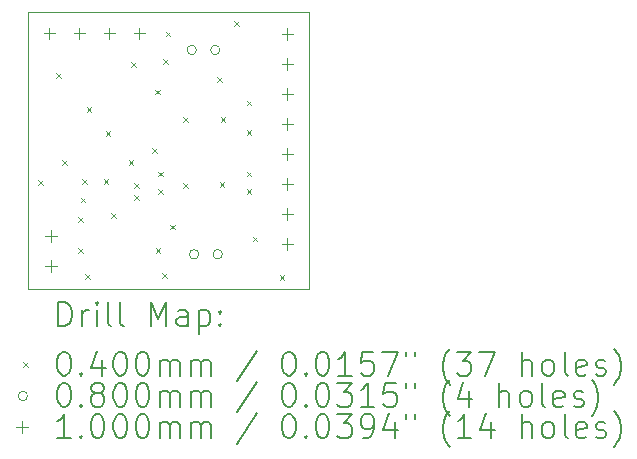
<source format=gbr>
%TF.GenerationSoftware,KiCad,Pcbnew,8.0.2*%
%TF.CreationDate,2024-05-17T09:11:14-06:00*%
%TF.ProjectId,encoder_protyping_board_high_current,656e636f-6465-4725-9f70-726f74797069,rev?*%
%TF.SameCoordinates,Original*%
%TF.FileFunction,Drillmap*%
%TF.FilePolarity,Positive*%
%FSLAX45Y45*%
G04 Gerber Fmt 4.5, Leading zero omitted, Abs format (unit mm)*
G04 Created by KiCad (PCBNEW 8.0.2) date 2024-05-17 09:11:14*
%MOMM*%
%LPD*%
G01*
G04 APERTURE LIST*
%ADD10C,0.100000*%
%ADD11C,0.200000*%
G04 APERTURE END LIST*
D10*
X18480000Y-9525000D02*
X20860000Y-9525000D01*
X20860000Y-11870000D01*
X18480000Y-11870000D01*
X18480000Y-9525000D01*
D11*
D10*
X18565000Y-10955000D02*
X18605000Y-10995000D01*
X18605000Y-10955000D02*
X18565000Y-10995000D01*
X18715000Y-10045000D02*
X18755000Y-10085000D01*
X18755000Y-10045000D02*
X18715000Y-10085000D01*
X18770000Y-10780000D02*
X18810000Y-10820000D01*
X18810000Y-10780000D02*
X18770000Y-10820000D01*
X18905000Y-11265000D02*
X18945000Y-11305000D01*
X18945000Y-11265000D02*
X18905000Y-11305000D01*
X18905000Y-11525000D02*
X18945000Y-11565000D01*
X18945000Y-11525000D02*
X18905000Y-11565000D01*
X18925000Y-11100000D02*
X18965000Y-11140000D01*
X18965000Y-11100000D02*
X18925000Y-11140000D01*
X18935000Y-10945000D02*
X18975000Y-10985000D01*
X18975000Y-10945000D02*
X18935000Y-10985000D01*
X18960000Y-11750000D02*
X19000000Y-11790000D01*
X19000000Y-11750000D02*
X18960000Y-11790000D01*
X18975000Y-10335000D02*
X19015000Y-10375000D01*
X19015000Y-10335000D02*
X18975000Y-10375000D01*
X19120000Y-10945000D02*
X19160000Y-10985000D01*
X19160000Y-10945000D02*
X19120000Y-10985000D01*
X19135000Y-10540000D02*
X19175000Y-10580000D01*
X19175000Y-10540000D02*
X19135000Y-10580000D01*
X19180000Y-11230000D02*
X19220000Y-11270000D01*
X19220000Y-11230000D02*
X19180000Y-11270000D01*
X19330000Y-10780000D02*
X19370000Y-10820000D01*
X19370000Y-10780000D02*
X19330000Y-10820000D01*
X19350000Y-9955000D02*
X19390000Y-9995000D01*
X19390000Y-9955000D02*
X19350000Y-9995000D01*
X19380000Y-10980000D02*
X19420000Y-11020000D01*
X19420000Y-10980000D02*
X19380000Y-11020000D01*
X19380000Y-11080000D02*
X19420000Y-11120000D01*
X19420000Y-11080000D02*
X19380000Y-11120000D01*
X19530000Y-10680000D02*
X19570000Y-10720000D01*
X19570000Y-10680000D02*
X19530000Y-10720000D01*
X19555000Y-10185000D02*
X19595000Y-10225000D01*
X19595000Y-10185000D02*
X19555000Y-10225000D01*
X19560000Y-11525000D02*
X19600000Y-11565000D01*
X19600000Y-11525000D02*
X19560000Y-11565000D01*
X19580000Y-10880000D02*
X19620000Y-10920000D01*
X19620000Y-10880000D02*
X19580000Y-10920000D01*
X19580000Y-11030000D02*
X19620000Y-11070000D01*
X19620000Y-11030000D02*
X19580000Y-11070000D01*
X19615000Y-11740000D02*
X19655000Y-11780000D01*
X19655000Y-11740000D02*
X19615000Y-11780000D01*
X19620000Y-9925000D02*
X19660000Y-9965000D01*
X19660000Y-9925000D02*
X19620000Y-9965000D01*
X19645000Y-9695000D02*
X19685000Y-9735000D01*
X19685000Y-9695000D02*
X19645000Y-9735000D01*
X19680000Y-11330000D02*
X19720000Y-11370000D01*
X19720000Y-11330000D02*
X19680000Y-11370000D01*
X19790000Y-10420000D02*
X19830000Y-10460000D01*
X19830000Y-10420000D02*
X19790000Y-10460000D01*
X19790000Y-10975000D02*
X19830000Y-11015000D01*
X19830000Y-10975000D02*
X19790000Y-11015000D01*
X20080000Y-10080000D02*
X20120000Y-10120000D01*
X20120000Y-10080000D02*
X20080000Y-10120000D01*
X20100000Y-10970000D02*
X20140000Y-11010000D01*
X20140000Y-10970000D02*
X20100000Y-11010000D01*
X20110000Y-10420000D02*
X20150000Y-10460000D01*
X20150000Y-10420000D02*
X20110000Y-10460000D01*
X20225000Y-9605000D02*
X20265000Y-9645000D01*
X20265000Y-9605000D02*
X20225000Y-9645000D01*
X20330000Y-10280000D02*
X20370000Y-10320000D01*
X20370000Y-10280000D02*
X20330000Y-10320000D01*
X20330000Y-10530000D02*
X20370000Y-10570000D01*
X20370000Y-10530000D02*
X20330000Y-10570000D01*
X20330000Y-10880000D02*
X20370000Y-10920000D01*
X20370000Y-10880000D02*
X20330000Y-10920000D01*
X20330000Y-11030000D02*
X20370000Y-11070000D01*
X20370000Y-11030000D02*
X20330000Y-11070000D01*
X20380000Y-11430000D02*
X20420000Y-11470000D01*
X20420000Y-11430000D02*
X20380000Y-11470000D01*
X20610000Y-11755000D02*
X20650000Y-11795000D01*
X20650000Y-11755000D02*
X20610000Y-11795000D01*
X19904489Y-9850000D02*
G75*
G02*
X19824489Y-9850000I-40000J0D01*
G01*
X19824489Y-9850000D02*
G75*
G02*
X19904489Y-9850000I40000J0D01*
G01*
X19924489Y-11580000D02*
G75*
G02*
X19844489Y-11580000I-40000J0D01*
G01*
X19844489Y-11580000D02*
G75*
G02*
X19924489Y-11580000I40000J0D01*
G01*
X20104489Y-9850000D02*
G75*
G02*
X20024489Y-9850000I-40000J0D01*
G01*
X20024489Y-9850000D02*
G75*
G02*
X20104489Y-9850000I40000J0D01*
G01*
X20124489Y-11580000D02*
G75*
G02*
X20044489Y-11580000I-40000J0D01*
G01*
X20044489Y-11580000D02*
G75*
G02*
X20124489Y-11580000I40000J0D01*
G01*
X18660000Y-9660000D02*
X18660000Y-9760000D01*
X18610000Y-9710000D02*
X18710000Y-9710000D01*
X18670000Y-11372500D02*
X18670000Y-11472500D01*
X18620000Y-11422500D02*
X18720000Y-11422500D01*
X18670000Y-11626500D02*
X18670000Y-11726500D01*
X18620000Y-11676500D02*
X18720000Y-11676500D01*
X18914000Y-9660000D02*
X18914000Y-9760000D01*
X18864000Y-9710000D02*
X18964000Y-9710000D01*
X19168000Y-9660000D02*
X19168000Y-9760000D01*
X19118000Y-9710000D02*
X19218000Y-9710000D01*
X19422000Y-9660000D02*
X19422000Y-9760000D01*
X19372000Y-9710000D02*
X19472000Y-9710000D01*
X20675000Y-9665000D02*
X20675000Y-9765000D01*
X20625000Y-9715000D02*
X20725000Y-9715000D01*
X20675000Y-9919000D02*
X20675000Y-10019000D01*
X20625000Y-9969000D02*
X20725000Y-9969000D01*
X20675000Y-10173000D02*
X20675000Y-10273000D01*
X20625000Y-10223000D02*
X20725000Y-10223000D01*
X20675000Y-10427000D02*
X20675000Y-10527000D01*
X20625000Y-10477000D02*
X20725000Y-10477000D01*
X20675000Y-10681000D02*
X20675000Y-10781000D01*
X20625000Y-10731000D02*
X20725000Y-10731000D01*
X20675000Y-10935000D02*
X20675000Y-11035000D01*
X20625000Y-10985000D02*
X20725000Y-10985000D01*
X20675000Y-11189000D02*
X20675000Y-11289000D01*
X20625000Y-11239000D02*
X20725000Y-11239000D01*
X20675000Y-11443000D02*
X20675000Y-11543000D01*
X20625000Y-11493000D02*
X20725000Y-11493000D01*
D11*
X18735777Y-12186484D02*
X18735777Y-11986484D01*
X18735777Y-11986484D02*
X18783396Y-11986484D01*
X18783396Y-11986484D02*
X18811967Y-11996008D01*
X18811967Y-11996008D02*
X18831015Y-12015055D01*
X18831015Y-12015055D02*
X18840539Y-12034103D01*
X18840539Y-12034103D02*
X18850063Y-12072198D01*
X18850063Y-12072198D02*
X18850063Y-12100769D01*
X18850063Y-12100769D02*
X18840539Y-12138865D01*
X18840539Y-12138865D02*
X18831015Y-12157912D01*
X18831015Y-12157912D02*
X18811967Y-12176960D01*
X18811967Y-12176960D02*
X18783396Y-12186484D01*
X18783396Y-12186484D02*
X18735777Y-12186484D01*
X18935777Y-12186484D02*
X18935777Y-12053150D01*
X18935777Y-12091246D02*
X18945301Y-12072198D01*
X18945301Y-12072198D02*
X18954824Y-12062674D01*
X18954824Y-12062674D02*
X18973872Y-12053150D01*
X18973872Y-12053150D02*
X18992920Y-12053150D01*
X19059586Y-12186484D02*
X19059586Y-12053150D01*
X19059586Y-11986484D02*
X19050063Y-11996008D01*
X19050063Y-11996008D02*
X19059586Y-12005531D01*
X19059586Y-12005531D02*
X19069110Y-11996008D01*
X19069110Y-11996008D02*
X19059586Y-11986484D01*
X19059586Y-11986484D02*
X19059586Y-12005531D01*
X19183396Y-12186484D02*
X19164348Y-12176960D01*
X19164348Y-12176960D02*
X19154824Y-12157912D01*
X19154824Y-12157912D02*
X19154824Y-11986484D01*
X19288158Y-12186484D02*
X19269110Y-12176960D01*
X19269110Y-12176960D02*
X19259586Y-12157912D01*
X19259586Y-12157912D02*
X19259586Y-11986484D01*
X19516729Y-12186484D02*
X19516729Y-11986484D01*
X19516729Y-11986484D02*
X19583396Y-12129341D01*
X19583396Y-12129341D02*
X19650063Y-11986484D01*
X19650063Y-11986484D02*
X19650063Y-12186484D01*
X19831015Y-12186484D02*
X19831015Y-12081722D01*
X19831015Y-12081722D02*
X19821491Y-12062674D01*
X19821491Y-12062674D02*
X19802444Y-12053150D01*
X19802444Y-12053150D02*
X19764348Y-12053150D01*
X19764348Y-12053150D02*
X19745301Y-12062674D01*
X19831015Y-12176960D02*
X19811967Y-12186484D01*
X19811967Y-12186484D02*
X19764348Y-12186484D01*
X19764348Y-12186484D02*
X19745301Y-12176960D01*
X19745301Y-12176960D02*
X19735777Y-12157912D01*
X19735777Y-12157912D02*
X19735777Y-12138865D01*
X19735777Y-12138865D02*
X19745301Y-12119817D01*
X19745301Y-12119817D02*
X19764348Y-12110293D01*
X19764348Y-12110293D02*
X19811967Y-12110293D01*
X19811967Y-12110293D02*
X19831015Y-12100769D01*
X19926253Y-12053150D02*
X19926253Y-12253150D01*
X19926253Y-12062674D02*
X19945301Y-12053150D01*
X19945301Y-12053150D02*
X19983396Y-12053150D01*
X19983396Y-12053150D02*
X20002444Y-12062674D01*
X20002444Y-12062674D02*
X20011967Y-12072198D01*
X20011967Y-12072198D02*
X20021491Y-12091246D01*
X20021491Y-12091246D02*
X20021491Y-12148388D01*
X20021491Y-12148388D02*
X20011967Y-12167436D01*
X20011967Y-12167436D02*
X20002444Y-12176960D01*
X20002444Y-12176960D02*
X19983396Y-12186484D01*
X19983396Y-12186484D02*
X19945301Y-12186484D01*
X19945301Y-12186484D02*
X19926253Y-12176960D01*
X20107205Y-12167436D02*
X20116729Y-12176960D01*
X20116729Y-12176960D02*
X20107205Y-12186484D01*
X20107205Y-12186484D02*
X20097682Y-12176960D01*
X20097682Y-12176960D02*
X20107205Y-12167436D01*
X20107205Y-12167436D02*
X20107205Y-12186484D01*
X20107205Y-12062674D02*
X20116729Y-12072198D01*
X20116729Y-12072198D02*
X20107205Y-12081722D01*
X20107205Y-12081722D02*
X20097682Y-12072198D01*
X20097682Y-12072198D02*
X20107205Y-12062674D01*
X20107205Y-12062674D02*
X20107205Y-12081722D01*
D10*
X18435000Y-12495000D02*
X18475000Y-12535000D01*
X18475000Y-12495000D02*
X18435000Y-12535000D01*
D11*
X18773872Y-12406484D02*
X18792920Y-12406484D01*
X18792920Y-12406484D02*
X18811967Y-12416008D01*
X18811967Y-12416008D02*
X18821491Y-12425531D01*
X18821491Y-12425531D02*
X18831015Y-12444579D01*
X18831015Y-12444579D02*
X18840539Y-12482674D01*
X18840539Y-12482674D02*
X18840539Y-12530293D01*
X18840539Y-12530293D02*
X18831015Y-12568388D01*
X18831015Y-12568388D02*
X18821491Y-12587436D01*
X18821491Y-12587436D02*
X18811967Y-12596960D01*
X18811967Y-12596960D02*
X18792920Y-12606484D01*
X18792920Y-12606484D02*
X18773872Y-12606484D01*
X18773872Y-12606484D02*
X18754824Y-12596960D01*
X18754824Y-12596960D02*
X18745301Y-12587436D01*
X18745301Y-12587436D02*
X18735777Y-12568388D01*
X18735777Y-12568388D02*
X18726253Y-12530293D01*
X18726253Y-12530293D02*
X18726253Y-12482674D01*
X18726253Y-12482674D02*
X18735777Y-12444579D01*
X18735777Y-12444579D02*
X18745301Y-12425531D01*
X18745301Y-12425531D02*
X18754824Y-12416008D01*
X18754824Y-12416008D02*
X18773872Y-12406484D01*
X18926253Y-12587436D02*
X18935777Y-12596960D01*
X18935777Y-12596960D02*
X18926253Y-12606484D01*
X18926253Y-12606484D02*
X18916729Y-12596960D01*
X18916729Y-12596960D02*
X18926253Y-12587436D01*
X18926253Y-12587436D02*
X18926253Y-12606484D01*
X19107205Y-12473150D02*
X19107205Y-12606484D01*
X19059586Y-12396960D02*
X19011967Y-12539817D01*
X19011967Y-12539817D02*
X19135777Y-12539817D01*
X19250063Y-12406484D02*
X19269110Y-12406484D01*
X19269110Y-12406484D02*
X19288158Y-12416008D01*
X19288158Y-12416008D02*
X19297682Y-12425531D01*
X19297682Y-12425531D02*
X19307205Y-12444579D01*
X19307205Y-12444579D02*
X19316729Y-12482674D01*
X19316729Y-12482674D02*
X19316729Y-12530293D01*
X19316729Y-12530293D02*
X19307205Y-12568388D01*
X19307205Y-12568388D02*
X19297682Y-12587436D01*
X19297682Y-12587436D02*
X19288158Y-12596960D01*
X19288158Y-12596960D02*
X19269110Y-12606484D01*
X19269110Y-12606484D02*
X19250063Y-12606484D01*
X19250063Y-12606484D02*
X19231015Y-12596960D01*
X19231015Y-12596960D02*
X19221491Y-12587436D01*
X19221491Y-12587436D02*
X19211967Y-12568388D01*
X19211967Y-12568388D02*
X19202444Y-12530293D01*
X19202444Y-12530293D02*
X19202444Y-12482674D01*
X19202444Y-12482674D02*
X19211967Y-12444579D01*
X19211967Y-12444579D02*
X19221491Y-12425531D01*
X19221491Y-12425531D02*
X19231015Y-12416008D01*
X19231015Y-12416008D02*
X19250063Y-12406484D01*
X19440539Y-12406484D02*
X19459586Y-12406484D01*
X19459586Y-12406484D02*
X19478634Y-12416008D01*
X19478634Y-12416008D02*
X19488158Y-12425531D01*
X19488158Y-12425531D02*
X19497682Y-12444579D01*
X19497682Y-12444579D02*
X19507205Y-12482674D01*
X19507205Y-12482674D02*
X19507205Y-12530293D01*
X19507205Y-12530293D02*
X19497682Y-12568388D01*
X19497682Y-12568388D02*
X19488158Y-12587436D01*
X19488158Y-12587436D02*
X19478634Y-12596960D01*
X19478634Y-12596960D02*
X19459586Y-12606484D01*
X19459586Y-12606484D02*
X19440539Y-12606484D01*
X19440539Y-12606484D02*
X19421491Y-12596960D01*
X19421491Y-12596960D02*
X19411967Y-12587436D01*
X19411967Y-12587436D02*
X19402444Y-12568388D01*
X19402444Y-12568388D02*
X19392920Y-12530293D01*
X19392920Y-12530293D02*
X19392920Y-12482674D01*
X19392920Y-12482674D02*
X19402444Y-12444579D01*
X19402444Y-12444579D02*
X19411967Y-12425531D01*
X19411967Y-12425531D02*
X19421491Y-12416008D01*
X19421491Y-12416008D02*
X19440539Y-12406484D01*
X19592920Y-12606484D02*
X19592920Y-12473150D01*
X19592920Y-12492198D02*
X19602444Y-12482674D01*
X19602444Y-12482674D02*
X19621491Y-12473150D01*
X19621491Y-12473150D02*
X19650063Y-12473150D01*
X19650063Y-12473150D02*
X19669110Y-12482674D01*
X19669110Y-12482674D02*
X19678634Y-12501722D01*
X19678634Y-12501722D02*
X19678634Y-12606484D01*
X19678634Y-12501722D02*
X19688158Y-12482674D01*
X19688158Y-12482674D02*
X19707205Y-12473150D01*
X19707205Y-12473150D02*
X19735777Y-12473150D01*
X19735777Y-12473150D02*
X19754825Y-12482674D01*
X19754825Y-12482674D02*
X19764348Y-12501722D01*
X19764348Y-12501722D02*
X19764348Y-12606484D01*
X19859586Y-12606484D02*
X19859586Y-12473150D01*
X19859586Y-12492198D02*
X19869110Y-12482674D01*
X19869110Y-12482674D02*
X19888158Y-12473150D01*
X19888158Y-12473150D02*
X19916729Y-12473150D01*
X19916729Y-12473150D02*
X19935777Y-12482674D01*
X19935777Y-12482674D02*
X19945301Y-12501722D01*
X19945301Y-12501722D02*
X19945301Y-12606484D01*
X19945301Y-12501722D02*
X19954825Y-12482674D01*
X19954825Y-12482674D02*
X19973872Y-12473150D01*
X19973872Y-12473150D02*
X20002444Y-12473150D01*
X20002444Y-12473150D02*
X20021491Y-12482674D01*
X20021491Y-12482674D02*
X20031015Y-12501722D01*
X20031015Y-12501722D02*
X20031015Y-12606484D01*
X20421491Y-12396960D02*
X20250063Y-12654103D01*
X20678634Y-12406484D02*
X20697682Y-12406484D01*
X20697682Y-12406484D02*
X20716729Y-12416008D01*
X20716729Y-12416008D02*
X20726253Y-12425531D01*
X20726253Y-12425531D02*
X20735777Y-12444579D01*
X20735777Y-12444579D02*
X20745301Y-12482674D01*
X20745301Y-12482674D02*
X20745301Y-12530293D01*
X20745301Y-12530293D02*
X20735777Y-12568388D01*
X20735777Y-12568388D02*
X20726253Y-12587436D01*
X20726253Y-12587436D02*
X20716729Y-12596960D01*
X20716729Y-12596960D02*
X20697682Y-12606484D01*
X20697682Y-12606484D02*
X20678634Y-12606484D01*
X20678634Y-12606484D02*
X20659587Y-12596960D01*
X20659587Y-12596960D02*
X20650063Y-12587436D01*
X20650063Y-12587436D02*
X20640539Y-12568388D01*
X20640539Y-12568388D02*
X20631015Y-12530293D01*
X20631015Y-12530293D02*
X20631015Y-12482674D01*
X20631015Y-12482674D02*
X20640539Y-12444579D01*
X20640539Y-12444579D02*
X20650063Y-12425531D01*
X20650063Y-12425531D02*
X20659587Y-12416008D01*
X20659587Y-12416008D02*
X20678634Y-12406484D01*
X20831015Y-12587436D02*
X20840539Y-12596960D01*
X20840539Y-12596960D02*
X20831015Y-12606484D01*
X20831015Y-12606484D02*
X20821491Y-12596960D01*
X20821491Y-12596960D02*
X20831015Y-12587436D01*
X20831015Y-12587436D02*
X20831015Y-12606484D01*
X20964348Y-12406484D02*
X20983396Y-12406484D01*
X20983396Y-12406484D02*
X21002444Y-12416008D01*
X21002444Y-12416008D02*
X21011968Y-12425531D01*
X21011968Y-12425531D02*
X21021491Y-12444579D01*
X21021491Y-12444579D02*
X21031015Y-12482674D01*
X21031015Y-12482674D02*
X21031015Y-12530293D01*
X21031015Y-12530293D02*
X21021491Y-12568388D01*
X21021491Y-12568388D02*
X21011968Y-12587436D01*
X21011968Y-12587436D02*
X21002444Y-12596960D01*
X21002444Y-12596960D02*
X20983396Y-12606484D01*
X20983396Y-12606484D02*
X20964348Y-12606484D01*
X20964348Y-12606484D02*
X20945301Y-12596960D01*
X20945301Y-12596960D02*
X20935777Y-12587436D01*
X20935777Y-12587436D02*
X20926253Y-12568388D01*
X20926253Y-12568388D02*
X20916729Y-12530293D01*
X20916729Y-12530293D02*
X20916729Y-12482674D01*
X20916729Y-12482674D02*
X20926253Y-12444579D01*
X20926253Y-12444579D02*
X20935777Y-12425531D01*
X20935777Y-12425531D02*
X20945301Y-12416008D01*
X20945301Y-12416008D02*
X20964348Y-12406484D01*
X21221491Y-12606484D02*
X21107206Y-12606484D01*
X21164348Y-12606484D02*
X21164348Y-12406484D01*
X21164348Y-12406484D02*
X21145301Y-12435055D01*
X21145301Y-12435055D02*
X21126253Y-12454103D01*
X21126253Y-12454103D02*
X21107206Y-12463627D01*
X21402444Y-12406484D02*
X21307206Y-12406484D01*
X21307206Y-12406484D02*
X21297682Y-12501722D01*
X21297682Y-12501722D02*
X21307206Y-12492198D01*
X21307206Y-12492198D02*
X21326253Y-12482674D01*
X21326253Y-12482674D02*
X21373872Y-12482674D01*
X21373872Y-12482674D02*
X21392920Y-12492198D01*
X21392920Y-12492198D02*
X21402444Y-12501722D01*
X21402444Y-12501722D02*
X21411968Y-12520769D01*
X21411968Y-12520769D02*
X21411968Y-12568388D01*
X21411968Y-12568388D02*
X21402444Y-12587436D01*
X21402444Y-12587436D02*
X21392920Y-12596960D01*
X21392920Y-12596960D02*
X21373872Y-12606484D01*
X21373872Y-12606484D02*
X21326253Y-12606484D01*
X21326253Y-12606484D02*
X21307206Y-12596960D01*
X21307206Y-12596960D02*
X21297682Y-12587436D01*
X21478634Y-12406484D02*
X21611968Y-12406484D01*
X21611968Y-12406484D02*
X21526253Y-12606484D01*
X21678634Y-12406484D02*
X21678634Y-12444579D01*
X21754825Y-12406484D02*
X21754825Y-12444579D01*
X22050063Y-12682674D02*
X22040539Y-12673150D01*
X22040539Y-12673150D02*
X22021491Y-12644579D01*
X22021491Y-12644579D02*
X22011968Y-12625531D01*
X22011968Y-12625531D02*
X22002444Y-12596960D01*
X22002444Y-12596960D02*
X21992920Y-12549341D01*
X21992920Y-12549341D02*
X21992920Y-12511246D01*
X21992920Y-12511246D02*
X22002444Y-12463627D01*
X22002444Y-12463627D02*
X22011968Y-12435055D01*
X22011968Y-12435055D02*
X22021491Y-12416008D01*
X22021491Y-12416008D02*
X22040539Y-12387436D01*
X22040539Y-12387436D02*
X22050063Y-12377912D01*
X22107206Y-12406484D02*
X22231015Y-12406484D01*
X22231015Y-12406484D02*
X22164349Y-12482674D01*
X22164349Y-12482674D02*
X22192920Y-12482674D01*
X22192920Y-12482674D02*
X22211968Y-12492198D01*
X22211968Y-12492198D02*
X22221491Y-12501722D01*
X22221491Y-12501722D02*
X22231015Y-12520769D01*
X22231015Y-12520769D02*
X22231015Y-12568388D01*
X22231015Y-12568388D02*
X22221491Y-12587436D01*
X22221491Y-12587436D02*
X22211968Y-12596960D01*
X22211968Y-12596960D02*
X22192920Y-12606484D01*
X22192920Y-12606484D02*
X22135777Y-12606484D01*
X22135777Y-12606484D02*
X22116730Y-12596960D01*
X22116730Y-12596960D02*
X22107206Y-12587436D01*
X22297682Y-12406484D02*
X22431015Y-12406484D01*
X22431015Y-12406484D02*
X22345301Y-12606484D01*
X22659587Y-12606484D02*
X22659587Y-12406484D01*
X22745301Y-12606484D02*
X22745301Y-12501722D01*
X22745301Y-12501722D02*
X22735777Y-12482674D01*
X22735777Y-12482674D02*
X22716730Y-12473150D01*
X22716730Y-12473150D02*
X22688158Y-12473150D01*
X22688158Y-12473150D02*
X22669110Y-12482674D01*
X22669110Y-12482674D02*
X22659587Y-12492198D01*
X22869110Y-12606484D02*
X22850063Y-12596960D01*
X22850063Y-12596960D02*
X22840539Y-12587436D01*
X22840539Y-12587436D02*
X22831015Y-12568388D01*
X22831015Y-12568388D02*
X22831015Y-12511246D01*
X22831015Y-12511246D02*
X22840539Y-12492198D01*
X22840539Y-12492198D02*
X22850063Y-12482674D01*
X22850063Y-12482674D02*
X22869110Y-12473150D01*
X22869110Y-12473150D02*
X22897682Y-12473150D01*
X22897682Y-12473150D02*
X22916730Y-12482674D01*
X22916730Y-12482674D02*
X22926253Y-12492198D01*
X22926253Y-12492198D02*
X22935777Y-12511246D01*
X22935777Y-12511246D02*
X22935777Y-12568388D01*
X22935777Y-12568388D02*
X22926253Y-12587436D01*
X22926253Y-12587436D02*
X22916730Y-12596960D01*
X22916730Y-12596960D02*
X22897682Y-12606484D01*
X22897682Y-12606484D02*
X22869110Y-12606484D01*
X23050063Y-12606484D02*
X23031015Y-12596960D01*
X23031015Y-12596960D02*
X23021491Y-12577912D01*
X23021491Y-12577912D02*
X23021491Y-12406484D01*
X23202444Y-12596960D02*
X23183396Y-12606484D01*
X23183396Y-12606484D02*
X23145301Y-12606484D01*
X23145301Y-12606484D02*
X23126253Y-12596960D01*
X23126253Y-12596960D02*
X23116730Y-12577912D01*
X23116730Y-12577912D02*
X23116730Y-12501722D01*
X23116730Y-12501722D02*
X23126253Y-12482674D01*
X23126253Y-12482674D02*
X23145301Y-12473150D01*
X23145301Y-12473150D02*
X23183396Y-12473150D01*
X23183396Y-12473150D02*
X23202444Y-12482674D01*
X23202444Y-12482674D02*
X23211968Y-12501722D01*
X23211968Y-12501722D02*
X23211968Y-12520769D01*
X23211968Y-12520769D02*
X23116730Y-12539817D01*
X23288158Y-12596960D02*
X23307206Y-12606484D01*
X23307206Y-12606484D02*
X23345301Y-12606484D01*
X23345301Y-12606484D02*
X23364349Y-12596960D01*
X23364349Y-12596960D02*
X23373872Y-12577912D01*
X23373872Y-12577912D02*
X23373872Y-12568388D01*
X23373872Y-12568388D02*
X23364349Y-12549341D01*
X23364349Y-12549341D02*
X23345301Y-12539817D01*
X23345301Y-12539817D02*
X23316730Y-12539817D01*
X23316730Y-12539817D02*
X23297682Y-12530293D01*
X23297682Y-12530293D02*
X23288158Y-12511246D01*
X23288158Y-12511246D02*
X23288158Y-12501722D01*
X23288158Y-12501722D02*
X23297682Y-12482674D01*
X23297682Y-12482674D02*
X23316730Y-12473150D01*
X23316730Y-12473150D02*
X23345301Y-12473150D01*
X23345301Y-12473150D02*
X23364349Y-12482674D01*
X23440539Y-12682674D02*
X23450063Y-12673150D01*
X23450063Y-12673150D02*
X23469111Y-12644579D01*
X23469111Y-12644579D02*
X23478634Y-12625531D01*
X23478634Y-12625531D02*
X23488158Y-12596960D01*
X23488158Y-12596960D02*
X23497682Y-12549341D01*
X23497682Y-12549341D02*
X23497682Y-12511246D01*
X23497682Y-12511246D02*
X23488158Y-12463627D01*
X23488158Y-12463627D02*
X23478634Y-12435055D01*
X23478634Y-12435055D02*
X23469111Y-12416008D01*
X23469111Y-12416008D02*
X23450063Y-12387436D01*
X23450063Y-12387436D02*
X23440539Y-12377912D01*
D10*
X18475000Y-12779000D02*
G75*
G02*
X18395000Y-12779000I-40000J0D01*
G01*
X18395000Y-12779000D02*
G75*
G02*
X18475000Y-12779000I40000J0D01*
G01*
D11*
X18773872Y-12670484D02*
X18792920Y-12670484D01*
X18792920Y-12670484D02*
X18811967Y-12680008D01*
X18811967Y-12680008D02*
X18821491Y-12689531D01*
X18821491Y-12689531D02*
X18831015Y-12708579D01*
X18831015Y-12708579D02*
X18840539Y-12746674D01*
X18840539Y-12746674D02*
X18840539Y-12794293D01*
X18840539Y-12794293D02*
X18831015Y-12832388D01*
X18831015Y-12832388D02*
X18821491Y-12851436D01*
X18821491Y-12851436D02*
X18811967Y-12860960D01*
X18811967Y-12860960D02*
X18792920Y-12870484D01*
X18792920Y-12870484D02*
X18773872Y-12870484D01*
X18773872Y-12870484D02*
X18754824Y-12860960D01*
X18754824Y-12860960D02*
X18745301Y-12851436D01*
X18745301Y-12851436D02*
X18735777Y-12832388D01*
X18735777Y-12832388D02*
X18726253Y-12794293D01*
X18726253Y-12794293D02*
X18726253Y-12746674D01*
X18726253Y-12746674D02*
X18735777Y-12708579D01*
X18735777Y-12708579D02*
X18745301Y-12689531D01*
X18745301Y-12689531D02*
X18754824Y-12680008D01*
X18754824Y-12680008D02*
X18773872Y-12670484D01*
X18926253Y-12851436D02*
X18935777Y-12860960D01*
X18935777Y-12860960D02*
X18926253Y-12870484D01*
X18926253Y-12870484D02*
X18916729Y-12860960D01*
X18916729Y-12860960D02*
X18926253Y-12851436D01*
X18926253Y-12851436D02*
X18926253Y-12870484D01*
X19050063Y-12756198D02*
X19031015Y-12746674D01*
X19031015Y-12746674D02*
X19021491Y-12737150D01*
X19021491Y-12737150D02*
X19011967Y-12718103D01*
X19011967Y-12718103D02*
X19011967Y-12708579D01*
X19011967Y-12708579D02*
X19021491Y-12689531D01*
X19021491Y-12689531D02*
X19031015Y-12680008D01*
X19031015Y-12680008D02*
X19050063Y-12670484D01*
X19050063Y-12670484D02*
X19088158Y-12670484D01*
X19088158Y-12670484D02*
X19107205Y-12680008D01*
X19107205Y-12680008D02*
X19116729Y-12689531D01*
X19116729Y-12689531D02*
X19126253Y-12708579D01*
X19126253Y-12708579D02*
X19126253Y-12718103D01*
X19126253Y-12718103D02*
X19116729Y-12737150D01*
X19116729Y-12737150D02*
X19107205Y-12746674D01*
X19107205Y-12746674D02*
X19088158Y-12756198D01*
X19088158Y-12756198D02*
X19050063Y-12756198D01*
X19050063Y-12756198D02*
X19031015Y-12765722D01*
X19031015Y-12765722D02*
X19021491Y-12775246D01*
X19021491Y-12775246D02*
X19011967Y-12794293D01*
X19011967Y-12794293D02*
X19011967Y-12832388D01*
X19011967Y-12832388D02*
X19021491Y-12851436D01*
X19021491Y-12851436D02*
X19031015Y-12860960D01*
X19031015Y-12860960D02*
X19050063Y-12870484D01*
X19050063Y-12870484D02*
X19088158Y-12870484D01*
X19088158Y-12870484D02*
X19107205Y-12860960D01*
X19107205Y-12860960D02*
X19116729Y-12851436D01*
X19116729Y-12851436D02*
X19126253Y-12832388D01*
X19126253Y-12832388D02*
X19126253Y-12794293D01*
X19126253Y-12794293D02*
X19116729Y-12775246D01*
X19116729Y-12775246D02*
X19107205Y-12765722D01*
X19107205Y-12765722D02*
X19088158Y-12756198D01*
X19250063Y-12670484D02*
X19269110Y-12670484D01*
X19269110Y-12670484D02*
X19288158Y-12680008D01*
X19288158Y-12680008D02*
X19297682Y-12689531D01*
X19297682Y-12689531D02*
X19307205Y-12708579D01*
X19307205Y-12708579D02*
X19316729Y-12746674D01*
X19316729Y-12746674D02*
X19316729Y-12794293D01*
X19316729Y-12794293D02*
X19307205Y-12832388D01*
X19307205Y-12832388D02*
X19297682Y-12851436D01*
X19297682Y-12851436D02*
X19288158Y-12860960D01*
X19288158Y-12860960D02*
X19269110Y-12870484D01*
X19269110Y-12870484D02*
X19250063Y-12870484D01*
X19250063Y-12870484D02*
X19231015Y-12860960D01*
X19231015Y-12860960D02*
X19221491Y-12851436D01*
X19221491Y-12851436D02*
X19211967Y-12832388D01*
X19211967Y-12832388D02*
X19202444Y-12794293D01*
X19202444Y-12794293D02*
X19202444Y-12746674D01*
X19202444Y-12746674D02*
X19211967Y-12708579D01*
X19211967Y-12708579D02*
X19221491Y-12689531D01*
X19221491Y-12689531D02*
X19231015Y-12680008D01*
X19231015Y-12680008D02*
X19250063Y-12670484D01*
X19440539Y-12670484D02*
X19459586Y-12670484D01*
X19459586Y-12670484D02*
X19478634Y-12680008D01*
X19478634Y-12680008D02*
X19488158Y-12689531D01*
X19488158Y-12689531D02*
X19497682Y-12708579D01*
X19497682Y-12708579D02*
X19507205Y-12746674D01*
X19507205Y-12746674D02*
X19507205Y-12794293D01*
X19507205Y-12794293D02*
X19497682Y-12832388D01*
X19497682Y-12832388D02*
X19488158Y-12851436D01*
X19488158Y-12851436D02*
X19478634Y-12860960D01*
X19478634Y-12860960D02*
X19459586Y-12870484D01*
X19459586Y-12870484D02*
X19440539Y-12870484D01*
X19440539Y-12870484D02*
X19421491Y-12860960D01*
X19421491Y-12860960D02*
X19411967Y-12851436D01*
X19411967Y-12851436D02*
X19402444Y-12832388D01*
X19402444Y-12832388D02*
X19392920Y-12794293D01*
X19392920Y-12794293D02*
X19392920Y-12746674D01*
X19392920Y-12746674D02*
X19402444Y-12708579D01*
X19402444Y-12708579D02*
X19411967Y-12689531D01*
X19411967Y-12689531D02*
X19421491Y-12680008D01*
X19421491Y-12680008D02*
X19440539Y-12670484D01*
X19592920Y-12870484D02*
X19592920Y-12737150D01*
X19592920Y-12756198D02*
X19602444Y-12746674D01*
X19602444Y-12746674D02*
X19621491Y-12737150D01*
X19621491Y-12737150D02*
X19650063Y-12737150D01*
X19650063Y-12737150D02*
X19669110Y-12746674D01*
X19669110Y-12746674D02*
X19678634Y-12765722D01*
X19678634Y-12765722D02*
X19678634Y-12870484D01*
X19678634Y-12765722D02*
X19688158Y-12746674D01*
X19688158Y-12746674D02*
X19707205Y-12737150D01*
X19707205Y-12737150D02*
X19735777Y-12737150D01*
X19735777Y-12737150D02*
X19754825Y-12746674D01*
X19754825Y-12746674D02*
X19764348Y-12765722D01*
X19764348Y-12765722D02*
X19764348Y-12870484D01*
X19859586Y-12870484D02*
X19859586Y-12737150D01*
X19859586Y-12756198D02*
X19869110Y-12746674D01*
X19869110Y-12746674D02*
X19888158Y-12737150D01*
X19888158Y-12737150D02*
X19916729Y-12737150D01*
X19916729Y-12737150D02*
X19935777Y-12746674D01*
X19935777Y-12746674D02*
X19945301Y-12765722D01*
X19945301Y-12765722D02*
X19945301Y-12870484D01*
X19945301Y-12765722D02*
X19954825Y-12746674D01*
X19954825Y-12746674D02*
X19973872Y-12737150D01*
X19973872Y-12737150D02*
X20002444Y-12737150D01*
X20002444Y-12737150D02*
X20021491Y-12746674D01*
X20021491Y-12746674D02*
X20031015Y-12765722D01*
X20031015Y-12765722D02*
X20031015Y-12870484D01*
X20421491Y-12660960D02*
X20250063Y-12918103D01*
X20678634Y-12670484D02*
X20697682Y-12670484D01*
X20697682Y-12670484D02*
X20716729Y-12680008D01*
X20716729Y-12680008D02*
X20726253Y-12689531D01*
X20726253Y-12689531D02*
X20735777Y-12708579D01*
X20735777Y-12708579D02*
X20745301Y-12746674D01*
X20745301Y-12746674D02*
X20745301Y-12794293D01*
X20745301Y-12794293D02*
X20735777Y-12832388D01*
X20735777Y-12832388D02*
X20726253Y-12851436D01*
X20726253Y-12851436D02*
X20716729Y-12860960D01*
X20716729Y-12860960D02*
X20697682Y-12870484D01*
X20697682Y-12870484D02*
X20678634Y-12870484D01*
X20678634Y-12870484D02*
X20659587Y-12860960D01*
X20659587Y-12860960D02*
X20650063Y-12851436D01*
X20650063Y-12851436D02*
X20640539Y-12832388D01*
X20640539Y-12832388D02*
X20631015Y-12794293D01*
X20631015Y-12794293D02*
X20631015Y-12746674D01*
X20631015Y-12746674D02*
X20640539Y-12708579D01*
X20640539Y-12708579D02*
X20650063Y-12689531D01*
X20650063Y-12689531D02*
X20659587Y-12680008D01*
X20659587Y-12680008D02*
X20678634Y-12670484D01*
X20831015Y-12851436D02*
X20840539Y-12860960D01*
X20840539Y-12860960D02*
X20831015Y-12870484D01*
X20831015Y-12870484D02*
X20821491Y-12860960D01*
X20821491Y-12860960D02*
X20831015Y-12851436D01*
X20831015Y-12851436D02*
X20831015Y-12870484D01*
X20964348Y-12670484D02*
X20983396Y-12670484D01*
X20983396Y-12670484D02*
X21002444Y-12680008D01*
X21002444Y-12680008D02*
X21011968Y-12689531D01*
X21011968Y-12689531D02*
X21021491Y-12708579D01*
X21021491Y-12708579D02*
X21031015Y-12746674D01*
X21031015Y-12746674D02*
X21031015Y-12794293D01*
X21031015Y-12794293D02*
X21021491Y-12832388D01*
X21021491Y-12832388D02*
X21011968Y-12851436D01*
X21011968Y-12851436D02*
X21002444Y-12860960D01*
X21002444Y-12860960D02*
X20983396Y-12870484D01*
X20983396Y-12870484D02*
X20964348Y-12870484D01*
X20964348Y-12870484D02*
X20945301Y-12860960D01*
X20945301Y-12860960D02*
X20935777Y-12851436D01*
X20935777Y-12851436D02*
X20926253Y-12832388D01*
X20926253Y-12832388D02*
X20916729Y-12794293D01*
X20916729Y-12794293D02*
X20916729Y-12746674D01*
X20916729Y-12746674D02*
X20926253Y-12708579D01*
X20926253Y-12708579D02*
X20935777Y-12689531D01*
X20935777Y-12689531D02*
X20945301Y-12680008D01*
X20945301Y-12680008D02*
X20964348Y-12670484D01*
X21097682Y-12670484D02*
X21221491Y-12670484D01*
X21221491Y-12670484D02*
X21154825Y-12746674D01*
X21154825Y-12746674D02*
X21183396Y-12746674D01*
X21183396Y-12746674D02*
X21202444Y-12756198D01*
X21202444Y-12756198D02*
X21211968Y-12765722D01*
X21211968Y-12765722D02*
X21221491Y-12784769D01*
X21221491Y-12784769D02*
X21221491Y-12832388D01*
X21221491Y-12832388D02*
X21211968Y-12851436D01*
X21211968Y-12851436D02*
X21202444Y-12860960D01*
X21202444Y-12860960D02*
X21183396Y-12870484D01*
X21183396Y-12870484D02*
X21126253Y-12870484D01*
X21126253Y-12870484D02*
X21107206Y-12860960D01*
X21107206Y-12860960D02*
X21097682Y-12851436D01*
X21411968Y-12870484D02*
X21297682Y-12870484D01*
X21354825Y-12870484D02*
X21354825Y-12670484D01*
X21354825Y-12670484D02*
X21335777Y-12699055D01*
X21335777Y-12699055D02*
X21316729Y-12718103D01*
X21316729Y-12718103D02*
X21297682Y-12727627D01*
X21592920Y-12670484D02*
X21497682Y-12670484D01*
X21497682Y-12670484D02*
X21488158Y-12765722D01*
X21488158Y-12765722D02*
X21497682Y-12756198D01*
X21497682Y-12756198D02*
X21516729Y-12746674D01*
X21516729Y-12746674D02*
X21564349Y-12746674D01*
X21564349Y-12746674D02*
X21583396Y-12756198D01*
X21583396Y-12756198D02*
X21592920Y-12765722D01*
X21592920Y-12765722D02*
X21602444Y-12784769D01*
X21602444Y-12784769D02*
X21602444Y-12832388D01*
X21602444Y-12832388D02*
X21592920Y-12851436D01*
X21592920Y-12851436D02*
X21583396Y-12860960D01*
X21583396Y-12860960D02*
X21564349Y-12870484D01*
X21564349Y-12870484D02*
X21516729Y-12870484D01*
X21516729Y-12870484D02*
X21497682Y-12860960D01*
X21497682Y-12860960D02*
X21488158Y-12851436D01*
X21678634Y-12670484D02*
X21678634Y-12708579D01*
X21754825Y-12670484D02*
X21754825Y-12708579D01*
X22050063Y-12946674D02*
X22040539Y-12937150D01*
X22040539Y-12937150D02*
X22021491Y-12908579D01*
X22021491Y-12908579D02*
X22011968Y-12889531D01*
X22011968Y-12889531D02*
X22002444Y-12860960D01*
X22002444Y-12860960D02*
X21992920Y-12813341D01*
X21992920Y-12813341D02*
X21992920Y-12775246D01*
X21992920Y-12775246D02*
X22002444Y-12727627D01*
X22002444Y-12727627D02*
X22011968Y-12699055D01*
X22011968Y-12699055D02*
X22021491Y-12680008D01*
X22021491Y-12680008D02*
X22040539Y-12651436D01*
X22040539Y-12651436D02*
X22050063Y-12641912D01*
X22211968Y-12737150D02*
X22211968Y-12870484D01*
X22164349Y-12660960D02*
X22116730Y-12803817D01*
X22116730Y-12803817D02*
X22240539Y-12803817D01*
X22469110Y-12870484D02*
X22469110Y-12670484D01*
X22554825Y-12870484D02*
X22554825Y-12765722D01*
X22554825Y-12765722D02*
X22545301Y-12746674D01*
X22545301Y-12746674D02*
X22526253Y-12737150D01*
X22526253Y-12737150D02*
X22497682Y-12737150D01*
X22497682Y-12737150D02*
X22478634Y-12746674D01*
X22478634Y-12746674D02*
X22469110Y-12756198D01*
X22678634Y-12870484D02*
X22659587Y-12860960D01*
X22659587Y-12860960D02*
X22650063Y-12851436D01*
X22650063Y-12851436D02*
X22640539Y-12832388D01*
X22640539Y-12832388D02*
X22640539Y-12775246D01*
X22640539Y-12775246D02*
X22650063Y-12756198D01*
X22650063Y-12756198D02*
X22659587Y-12746674D01*
X22659587Y-12746674D02*
X22678634Y-12737150D01*
X22678634Y-12737150D02*
X22707206Y-12737150D01*
X22707206Y-12737150D02*
X22726253Y-12746674D01*
X22726253Y-12746674D02*
X22735777Y-12756198D01*
X22735777Y-12756198D02*
X22745301Y-12775246D01*
X22745301Y-12775246D02*
X22745301Y-12832388D01*
X22745301Y-12832388D02*
X22735777Y-12851436D01*
X22735777Y-12851436D02*
X22726253Y-12860960D01*
X22726253Y-12860960D02*
X22707206Y-12870484D01*
X22707206Y-12870484D02*
X22678634Y-12870484D01*
X22859587Y-12870484D02*
X22840539Y-12860960D01*
X22840539Y-12860960D02*
X22831015Y-12841912D01*
X22831015Y-12841912D02*
X22831015Y-12670484D01*
X23011968Y-12860960D02*
X22992920Y-12870484D01*
X22992920Y-12870484D02*
X22954825Y-12870484D01*
X22954825Y-12870484D02*
X22935777Y-12860960D01*
X22935777Y-12860960D02*
X22926253Y-12841912D01*
X22926253Y-12841912D02*
X22926253Y-12765722D01*
X22926253Y-12765722D02*
X22935777Y-12746674D01*
X22935777Y-12746674D02*
X22954825Y-12737150D01*
X22954825Y-12737150D02*
X22992920Y-12737150D01*
X22992920Y-12737150D02*
X23011968Y-12746674D01*
X23011968Y-12746674D02*
X23021491Y-12765722D01*
X23021491Y-12765722D02*
X23021491Y-12784769D01*
X23021491Y-12784769D02*
X22926253Y-12803817D01*
X23097682Y-12860960D02*
X23116730Y-12870484D01*
X23116730Y-12870484D02*
X23154825Y-12870484D01*
X23154825Y-12870484D02*
X23173872Y-12860960D01*
X23173872Y-12860960D02*
X23183396Y-12841912D01*
X23183396Y-12841912D02*
X23183396Y-12832388D01*
X23183396Y-12832388D02*
X23173872Y-12813341D01*
X23173872Y-12813341D02*
X23154825Y-12803817D01*
X23154825Y-12803817D02*
X23126253Y-12803817D01*
X23126253Y-12803817D02*
X23107206Y-12794293D01*
X23107206Y-12794293D02*
X23097682Y-12775246D01*
X23097682Y-12775246D02*
X23097682Y-12765722D01*
X23097682Y-12765722D02*
X23107206Y-12746674D01*
X23107206Y-12746674D02*
X23126253Y-12737150D01*
X23126253Y-12737150D02*
X23154825Y-12737150D01*
X23154825Y-12737150D02*
X23173872Y-12746674D01*
X23250063Y-12946674D02*
X23259587Y-12937150D01*
X23259587Y-12937150D02*
X23278634Y-12908579D01*
X23278634Y-12908579D02*
X23288158Y-12889531D01*
X23288158Y-12889531D02*
X23297682Y-12860960D01*
X23297682Y-12860960D02*
X23307206Y-12813341D01*
X23307206Y-12813341D02*
X23307206Y-12775246D01*
X23307206Y-12775246D02*
X23297682Y-12727627D01*
X23297682Y-12727627D02*
X23288158Y-12699055D01*
X23288158Y-12699055D02*
X23278634Y-12680008D01*
X23278634Y-12680008D02*
X23259587Y-12651436D01*
X23259587Y-12651436D02*
X23250063Y-12641912D01*
D10*
X18425000Y-12993000D02*
X18425000Y-13093000D01*
X18375000Y-13043000D02*
X18475000Y-13043000D01*
D11*
X18840539Y-13134484D02*
X18726253Y-13134484D01*
X18783396Y-13134484D02*
X18783396Y-12934484D01*
X18783396Y-12934484D02*
X18764348Y-12963055D01*
X18764348Y-12963055D02*
X18745301Y-12982103D01*
X18745301Y-12982103D02*
X18726253Y-12991627D01*
X18926253Y-13115436D02*
X18935777Y-13124960D01*
X18935777Y-13124960D02*
X18926253Y-13134484D01*
X18926253Y-13134484D02*
X18916729Y-13124960D01*
X18916729Y-13124960D02*
X18926253Y-13115436D01*
X18926253Y-13115436D02*
X18926253Y-13134484D01*
X19059586Y-12934484D02*
X19078634Y-12934484D01*
X19078634Y-12934484D02*
X19097682Y-12944008D01*
X19097682Y-12944008D02*
X19107205Y-12953531D01*
X19107205Y-12953531D02*
X19116729Y-12972579D01*
X19116729Y-12972579D02*
X19126253Y-13010674D01*
X19126253Y-13010674D02*
X19126253Y-13058293D01*
X19126253Y-13058293D02*
X19116729Y-13096388D01*
X19116729Y-13096388D02*
X19107205Y-13115436D01*
X19107205Y-13115436D02*
X19097682Y-13124960D01*
X19097682Y-13124960D02*
X19078634Y-13134484D01*
X19078634Y-13134484D02*
X19059586Y-13134484D01*
X19059586Y-13134484D02*
X19040539Y-13124960D01*
X19040539Y-13124960D02*
X19031015Y-13115436D01*
X19031015Y-13115436D02*
X19021491Y-13096388D01*
X19021491Y-13096388D02*
X19011967Y-13058293D01*
X19011967Y-13058293D02*
X19011967Y-13010674D01*
X19011967Y-13010674D02*
X19021491Y-12972579D01*
X19021491Y-12972579D02*
X19031015Y-12953531D01*
X19031015Y-12953531D02*
X19040539Y-12944008D01*
X19040539Y-12944008D02*
X19059586Y-12934484D01*
X19250063Y-12934484D02*
X19269110Y-12934484D01*
X19269110Y-12934484D02*
X19288158Y-12944008D01*
X19288158Y-12944008D02*
X19297682Y-12953531D01*
X19297682Y-12953531D02*
X19307205Y-12972579D01*
X19307205Y-12972579D02*
X19316729Y-13010674D01*
X19316729Y-13010674D02*
X19316729Y-13058293D01*
X19316729Y-13058293D02*
X19307205Y-13096388D01*
X19307205Y-13096388D02*
X19297682Y-13115436D01*
X19297682Y-13115436D02*
X19288158Y-13124960D01*
X19288158Y-13124960D02*
X19269110Y-13134484D01*
X19269110Y-13134484D02*
X19250063Y-13134484D01*
X19250063Y-13134484D02*
X19231015Y-13124960D01*
X19231015Y-13124960D02*
X19221491Y-13115436D01*
X19221491Y-13115436D02*
X19211967Y-13096388D01*
X19211967Y-13096388D02*
X19202444Y-13058293D01*
X19202444Y-13058293D02*
X19202444Y-13010674D01*
X19202444Y-13010674D02*
X19211967Y-12972579D01*
X19211967Y-12972579D02*
X19221491Y-12953531D01*
X19221491Y-12953531D02*
X19231015Y-12944008D01*
X19231015Y-12944008D02*
X19250063Y-12934484D01*
X19440539Y-12934484D02*
X19459586Y-12934484D01*
X19459586Y-12934484D02*
X19478634Y-12944008D01*
X19478634Y-12944008D02*
X19488158Y-12953531D01*
X19488158Y-12953531D02*
X19497682Y-12972579D01*
X19497682Y-12972579D02*
X19507205Y-13010674D01*
X19507205Y-13010674D02*
X19507205Y-13058293D01*
X19507205Y-13058293D02*
X19497682Y-13096388D01*
X19497682Y-13096388D02*
X19488158Y-13115436D01*
X19488158Y-13115436D02*
X19478634Y-13124960D01*
X19478634Y-13124960D02*
X19459586Y-13134484D01*
X19459586Y-13134484D02*
X19440539Y-13134484D01*
X19440539Y-13134484D02*
X19421491Y-13124960D01*
X19421491Y-13124960D02*
X19411967Y-13115436D01*
X19411967Y-13115436D02*
X19402444Y-13096388D01*
X19402444Y-13096388D02*
X19392920Y-13058293D01*
X19392920Y-13058293D02*
X19392920Y-13010674D01*
X19392920Y-13010674D02*
X19402444Y-12972579D01*
X19402444Y-12972579D02*
X19411967Y-12953531D01*
X19411967Y-12953531D02*
X19421491Y-12944008D01*
X19421491Y-12944008D02*
X19440539Y-12934484D01*
X19592920Y-13134484D02*
X19592920Y-13001150D01*
X19592920Y-13020198D02*
X19602444Y-13010674D01*
X19602444Y-13010674D02*
X19621491Y-13001150D01*
X19621491Y-13001150D02*
X19650063Y-13001150D01*
X19650063Y-13001150D02*
X19669110Y-13010674D01*
X19669110Y-13010674D02*
X19678634Y-13029722D01*
X19678634Y-13029722D02*
X19678634Y-13134484D01*
X19678634Y-13029722D02*
X19688158Y-13010674D01*
X19688158Y-13010674D02*
X19707205Y-13001150D01*
X19707205Y-13001150D02*
X19735777Y-13001150D01*
X19735777Y-13001150D02*
X19754825Y-13010674D01*
X19754825Y-13010674D02*
X19764348Y-13029722D01*
X19764348Y-13029722D02*
X19764348Y-13134484D01*
X19859586Y-13134484D02*
X19859586Y-13001150D01*
X19859586Y-13020198D02*
X19869110Y-13010674D01*
X19869110Y-13010674D02*
X19888158Y-13001150D01*
X19888158Y-13001150D02*
X19916729Y-13001150D01*
X19916729Y-13001150D02*
X19935777Y-13010674D01*
X19935777Y-13010674D02*
X19945301Y-13029722D01*
X19945301Y-13029722D02*
X19945301Y-13134484D01*
X19945301Y-13029722D02*
X19954825Y-13010674D01*
X19954825Y-13010674D02*
X19973872Y-13001150D01*
X19973872Y-13001150D02*
X20002444Y-13001150D01*
X20002444Y-13001150D02*
X20021491Y-13010674D01*
X20021491Y-13010674D02*
X20031015Y-13029722D01*
X20031015Y-13029722D02*
X20031015Y-13134484D01*
X20421491Y-12924960D02*
X20250063Y-13182103D01*
X20678634Y-12934484D02*
X20697682Y-12934484D01*
X20697682Y-12934484D02*
X20716729Y-12944008D01*
X20716729Y-12944008D02*
X20726253Y-12953531D01*
X20726253Y-12953531D02*
X20735777Y-12972579D01*
X20735777Y-12972579D02*
X20745301Y-13010674D01*
X20745301Y-13010674D02*
X20745301Y-13058293D01*
X20745301Y-13058293D02*
X20735777Y-13096388D01*
X20735777Y-13096388D02*
X20726253Y-13115436D01*
X20726253Y-13115436D02*
X20716729Y-13124960D01*
X20716729Y-13124960D02*
X20697682Y-13134484D01*
X20697682Y-13134484D02*
X20678634Y-13134484D01*
X20678634Y-13134484D02*
X20659587Y-13124960D01*
X20659587Y-13124960D02*
X20650063Y-13115436D01*
X20650063Y-13115436D02*
X20640539Y-13096388D01*
X20640539Y-13096388D02*
X20631015Y-13058293D01*
X20631015Y-13058293D02*
X20631015Y-13010674D01*
X20631015Y-13010674D02*
X20640539Y-12972579D01*
X20640539Y-12972579D02*
X20650063Y-12953531D01*
X20650063Y-12953531D02*
X20659587Y-12944008D01*
X20659587Y-12944008D02*
X20678634Y-12934484D01*
X20831015Y-13115436D02*
X20840539Y-13124960D01*
X20840539Y-13124960D02*
X20831015Y-13134484D01*
X20831015Y-13134484D02*
X20821491Y-13124960D01*
X20821491Y-13124960D02*
X20831015Y-13115436D01*
X20831015Y-13115436D02*
X20831015Y-13134484D01*
X20964348Y-12934484D02*
X20983396Y-12934484D01*
X20983396Y-12934484D02*
X21002444Y-12944008D01*
X21002444Y-12944008D02*
X21011968Y-12953531D01*
X21011968Y-12953531D02*
X21021491Y-12972579D01*
X21021491Y-12972579D02*
X21031015Y-13010674D01*
X21031015Y-13010674D02*
X21031015Y-13058293D01*
X21031015Y-13058293D02*
X21021491Y-13096388D01*
X21021491Y-13096388D02*
X21011968Y-13115436D01*
X21011968Y-13115436D02*
X21002444Y-13124960D01*
X21002444Y-13124960D02*
X20983396Y-13134484D01*
X20983396Y-13134484D02*
X20964348Y-13134484D01*
X20964348Y-13134484D02*
X20945301Y-13124960D01*
X20945301Y-13124960D02*
X20935777Y-13115436D01*
X20935777Y-13115436D02*
X20926253Y-13096388D01*
X20926253Y-13096388D02*
X20916729Y-13058293D01*
X20916729Y-13058293D02*
X20916729Y-13010674D01*
X20916729Y-13010674D02*
X20926253Y-12972579D01*
X20926253Y-12972579D02*
X20935777Y-12953531D01*
X20935777Y-12953531D02*
X20945301Y-12944008D01*
X20945301Y-12944008D02*
X20964348Y-12934484D01*
X21097682Y-12934484D02*
X21221491Y-12934484D01*
X21221491Y-12934484D02*
X21154825Y-13010674D01*
X21154825Y-13010674D02*
X21183396Y-13010674D01*
X21183396Y-13010674D02*
X21202444Y-13020198D01*
X21202444Y-13020198D02*
X21211968Y-13029722D01*
X21211968Y-13029722D02*
X21221491Y-13048769D01*
X21221491Y-13048769D02*
X21221491Y-13096388D01*
X21221491Y-13096388D02*
X21211968Y-13115436D01*
X21211968Y-13115436D02*
X21202444Y-13124960D01*
X21202444Y-13124960D02*
X21183396Y-13134484D01*
X21183396Y-13134484D02*
X21126253Y-13134484D01*
X21126253Y-13134484D02*
X21107206Y-13124960D01*
X21107206Y-13124960D02*
X21097682Y-13115436D01*
X21316729Y-13134484D02*
X21354825Y-13134484D01*
X21354825Y-13134484D02*
X21373872Y-13124960D01*
X21373872Y-13124960D02*
X21383396Y-13115436D01*
X21383396Y-13115436D02*
X21402444Y-13086865D01*
X21402444Y-13086865D02*
X21411968Y-13048769D01*
X21411968Y-13048769D02*
X21411968Y-12972579D01*
X21411968Y-12972579D02*
X21402444Y-12953531D01*
X21402444Y-12953531D02*
X21392920Y-12944008D01*
X21392920Y-12944008D02*
X21373872Y-12934484D01*
X21373872Y-12934484D02*
X21335777Y-12934484D01*
X21335777Y-12934484D02*
X21316729Y-12944008D01*
X21316729Y-12944008D02*
X21307206Y-12953531D01*
X21307206Y-12953531D02*
X21297682Y-12972579D01*
X21297682Y-12972579D02*
X21297682Y-13020198D01*
X21297682Y-13020198D02*
X21307206Y-13039246D01*
X21307206Y-13039246D02*
X21316729Y-13048769D01*
X21316729Y-13048769D02*
X21335777Y-13058293D01*
X21335777Y-13058293D02*
X21373872Y-13058293D01*
X21373872Y-13058293D02*
X21392920Y-13048769D01*
X21392920Y-13048769D02*
X21402444Y-13039246D01*
X21402444Y-13039246D02*
X21411968Y-13020198D01*
X21583396Y-13001150D02*
X21583396Y-13134484D01*
X21535777Y-12924960D02*
X21488158Y-13067817D01*
X21488158Y-13067817D02*
X21611968Y-13067817D01*
X21678634Y-12934484D02*
X21678634Y-12972579D01*
X21754825Y-12934484D02*
X21754825Y-12972579D01*
X22050063Y-13210674D02*
X22040539Y-13201150D01*
X22040539Y-13201150D02*
X22021491Y-13172579D01*
X22021491Y-13172579D02*
X22011968Y-13153531D01*
X22011968Y-13153531D02*
X22002444Y-13124960D01*
X22002444Y-13124960D02*
X21992920Y-13077341D01*
X21992920Y-13077341D02*
X21992920Y-13039246D01*
X21992920Y-13039246D02*
X22002444Y-12991627D01*
X22002444Y-12991627D02*
X22011968Y-12963055D01*
X22011968Y-12963055D02*
X22021491Y-12944008D01*
X22021491Y-12944008D02*
X22040539Y-12915436D01*
X22040539Y-12915436D02*
X22050063Y-12905912D01*
X22231015Y-13134484D02*
X22116730Y-13134484D01*
X22173872Y-13134484D02*
X22173872Y-12934484D01*
X22173872Y-12934484D02*
X22154825Y-12963055D01*
X22154825Y-12963055D02*
X22135777Y-12982103D01*
X22135777Y-12982103D02*
X22116730Y-12991627D01*
X22402444Y-13001150D02*
X22402444Y-13134484D01*
X22354825Y-12924960D02*
X22307206Y-13067817D01*
X22307206Y-13067817D02*
X22431015Y-13067817D01*
X22659587Y-13134484D02*
X22659587Y-12934484D01*
X22745301Y-13134484D02*
X22745301Y-13029722D01*
X22745301Y-13029722D02*
X22735777Y-13010674D01*
X22735777Y-13010674D02*
X22716730Y-13001150D01*
X22716730Y-13001150D02*
X22688158Y-13001150D01*
X22688158Y-13001150D02*
X22669110Y-13010674D01*
X22669110Y-13010674D02*
X22659587Y-13020198D01*
X22869110Y-13134484D02*
X22850063Y-13124960D01*
X22850063Y-13124960D02*
X22840539Y-13115436D01*
X22840539Y-13115436D02*
X22831015Y-13096388D01*
X22831015Y-13096388D02*
X22831015Y-13039246D01*
X22831015Y-13039246D02*
X22840539Y-13020198D01*
X22840539Y-13020198D02*
X22850063Y-13010674D01*
X22850063Y-13010674D02*
X22869110Y-13001150D01*
X22869110Y-13001150D02*
X22897682Y-13001150D01*
X22897682Y-13001150D02*
X22916730Y-13010674D01*
X22916730Y-13010674D02*
X22926253Y-13020198D01*
X22926253Y-13020198D02*
X22935777Y-13039246D01*
X22935777Y-13039246D02*
X22935777Y-13096388D01*
X22935777Y-13096388D02*
X22926253Y-13115436D01*
X22926253Y-13115436D02*
X22916730Y-13124960D01*
X22916730Y-13124960D02*
X22897682Y-13134484D01*
X22897682Y-13134484D02*
X22869110Y-13134484D01*
X23050063Y-13134484D02*
X23031015Y-13124960D01*
X23031015Y-13124960D02*
X23021491Y-13105912D01*
X23021491Y-13105912D02*
X23021491Y-12934484D01*
X23202444Y-13124960D02*
X23183396Y-13134484D01*
X23183396Y-13134484D02*
X23145301Y-13134484D01*
X23145301Y-13134484D02*
X23126253Y-13124960D01*
X23126253Y-13124960D02*
X23116730Y-13105912D01*
X23116730Y-13105912D02*
X23116730Y-13029722D01*
X23116730Y-13029722D02*
X23126253Y-13010674D01*
X23126253Y-13010674D02*
X23145301Y-13001150D01*
X23145301Y-13001150D02*
X23183396Y-13001150D01*
X23183396Y-13001150D02*
X23202444Y-13010674D01*
X23202444Y-13010674D02*
X23211968Y-13029722D01*
X23211968Y-13029722D02*
X23211968Y-13048769D01*
X23211968Y-13048769D02*
X23116730Y-13067817D01*
X23288158Y-13124960D02*
X23307206Y-13134484D01*
X23307206Y-13134484D02*
X23345301Y-13134484D01*
X23345301Y-13134484D02*
X23364349Y-13124960D01*
X23364349Y-13124960D02*
X23373872Y-13105912D01*
X23373872Y-13105912D02*
X23373872Y-13096388D01*
X23373872Y-13096388D02*
X23364349Y-13077341D01*
X23364349Y-13077341D02*
X23345301Y-13067817D01*
X23345301Y-13067817D02*
X23316730Y-13067817D01*
X23316730Y-13067817D02*
X23297682Y-13058293D01*
X23297682Y-13058293D02*
X23288158Y-13039246D01*
X23288158Y-13039246D02*
X23288158Y-13029722D01*
X23288158Y-13029722D02*
X23297682Y-13010674D01*
X23297682Y-13010674D02*
X23316730Y-13001150D01*
X23316730Y-13001150D02*
X23345301Y-13001150D01*
X23345301Y-13001150D02*
X23364349Y-13010674D01*
X23440539Y-13210674D02*
X23450063Y-13201150D01*
X23450063Y-13201150D02*
X23469111Y-13172579D01*
X23469111Y-13172579D02*
X23478634Y-13153531D01*
X23478634Y-13153531D02*
X23488158Y-13124960D01*
X23488158Y-13124960D02*
X23497682Y-13077341D01*
X23497682Y-13077341D02*
X23497682Y-13039246D01*
X23497682Y-13039246D02*
X23488158Y-12991627D01*
X23488158Y-12991627D02*
X23478634Y-12963055D01*
X23478634Y-12963055D02*
X23469111Y-12944008D01*
X23469111Y-12944008D02*
X23450063Y-12915436D01*
X23450063Y-12915436D02*
X23440539Y-12905912D01*
M02*

</source>
